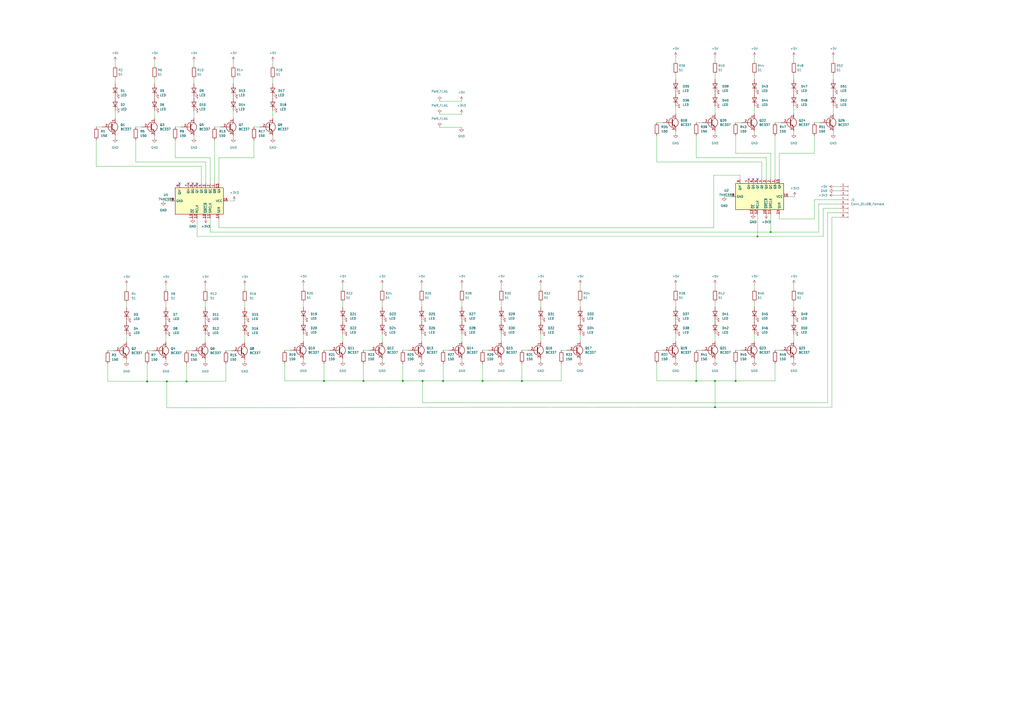
<source format=kicad_sch>
(kicad_sch (version 20211123) (generator eeschema)
  (paper "A2")
  (junction (at 85.344 221.234))
  (junction (at 403.86 220.98))
  (junction (at 233.68 220.98))
  (junction (at 187.96 220.98))
  (junction (at 108.204 221.234))
  (junction (at 245.11 220.98))
  (junction (at 447.04 134.62))
  (junction (at 302.768 220.98))
  (junction (at 414.782 236.22))
  (junction (at 96.774 221.234))
  (junction (at 257.048 220.98))
  (junction (at 439.42 137.16))
  (junction (at 426.72 220.98))
  (junction (at 414.782 220.98))
  (junction (at 210.82 220.98))
  (junction (at 279.908 220.98))
  (no_connect (at 109.22 106.426))
  (no_connect (at 111.76 106.426))
  (no_connect (at 114.3 106.426))
  (no_connect (at 104.14 106.426))
  (no_connect (at 439.42 103.886))
  (no_connect (at 436.88 103.886))
  (no_connect (at 434.34 103.886))
  (wire (pts (xy 391.922 193.802) (xy 391.922 198.12)))
  (wire (pts (xy 78.74 81.28) (xy 78.74 93.98)))
  (wire (pts (xy 449.58 210.82) (xy 449.58 220.98)))
  (wire (pts (xy 78.74 93.98) (xy 119.38 93.98)))
  (wire (pts (xy 255.016 66.294) (xy 267.716 66.294)))
  (wire (pts (xy 244.602 175.26) (xy 244.602 178.054)))
  (wire (pts (xy 127 126.746) (xy 127 132.08)))
  (wire (pts (xy 73.406 208.534) (xy 73.406 209.804)))
  (wire (pts (xy 267.97 175.26) (xy 267.97 178.054)))
  (wire (pts (xy 449.58 203.2) (xy 452.882 203.2)))
  (wire (pts (xy 414.782 185.674) (xy 414.782 186.182)))
  (wire (pts (xy 244.602 165.1) (xy 244.602 167.64)))
  (wire (pts (xy 437.642 53.594) (xy 437.642 54.102)))
  (wire (pts (xy 480.06 233.68) (xy 480.06 123.444)))
  (wire (pts (xy 158.242 64.262) (xy 158.242 68.58)))
  (wire (pts (xy 257.048 203.2) (xy 260.35 203.2)))
  (wire (pts (xy 101.6 73.66) (xy 104.902 73.66)))
  (wire (pts (xy 474.98 118.364) (xy 474.98 134.62)))
  (wire (pts (xy 437.642 165.1) (xy 437.642 167.64)))
  (wire (pts (xy 73.406 185.928) (xy 73.406 186.436)))
  (wire (pts (xy 460.502 175.26) (xy 460.502 178.054)))
  (wire (pts (xy 336.55 165.1) (xy 336.55 167.64)))
  (wire (pts (xy 381 210.82) (xy 381 220.98)))
  (wire (pts (xy 55.88 96.52) (xy 116.84 96.52)))
  (wire (pts (xy 233.68 203.2) (xy 236.982 203.2)))
  (wire (pts (xy 176.022 175.26) (xy 176.022 178.054)))
  (wire (pts (xy 426.72 88.9) (xy 447.04 88.9)))
  (wire (pts (xy 210.82 210.82) (xy 210.82 220.98)))
  (wire (pts (xy 313.69 208.28) (xy 313.69 209.55)))
  (wire (pts (xy 267.97 208.28) (xy 267.97 209.55)))
  (wire (pts (xy 487.172 115.824) (xy 472.44 115.824)))
  (wire (pts (xy 131.064 221.234) (xy 108.204 221.234)))
  (wire (pts (xy 135.382 64.262) (xy 135.382 68.58)))
  (wire (pts (xy 96.774 236.474) (xy 414.782 236.22)))
  (wire (pts (xy 426.72 220.98) (xy 414.782 220.98)))
  (wire (pts (xy 245.11 220.98) (xy 257.048 220.98)))
  (wire (pts (xy 452.12 103.886) (xy 452.12 88.9)))
  (wire (pts (xy 483.362 43.18) (xy 483.362 45.974)))
  (wire (pts (xy 96.266 175.514) (xy 96.266 178.308)))
  (wire (pts (xy 73.406 175.514) (xy 73.406 178.308)))
  (wire (pts (xy 119.126 165.354) (xy 119.126 167.894)))
  (wire (pts (xy 73.406 165.354) (xy 73.406 167.894)))
  (wire (pts (xy 414.782 61.722) (xy 414.782 66.04)))
  (wire (pts (xy 381 93.98) (xy 441.96 93.98)))
  (wire (pts (xy 165.1 210.82) (xy 165.1 220.98)))
  (wire (pts (xy 101.6 81.28) (xy 101.6 91.44)))
  (wire (pts (xy 483.362 53.594) (xy 483.362 54.102)))
  (wire (pts (xy 66.802 56.134) (xy 66.802 56.642)))
  (wire (pts (xy 483.362 33.02) (xy 483.362 35.56)))
  (wire (pts (xy 437.642 76.2) (xy 437.642 77.47)))
  (wire (pts (xy 135.382 35.56) (xy 135.382 38.1)))
  (wire (pts (xy 221.742 165.1) (xy 221.742 167.64)))
  (wire (pts (xy 62.484 211.074) (xy 62.484 221.234)))
  (wire (pts (xy 89.662 56.134) (xy 89.662 56.642)))
  (wire (pts (xy 391.922 185.674) (xy 391.922 186.182)))
  (wire (pts (xy 429.26 103.886) (xy 429.26 101.6)))
  (wire (pts (xy 414.782 193.802) (xy 414.782 198.12)))
  (wire (pts (xy 233.68 220.98) (xy 245.11 220.98)))
  (wire (pts (xy 255.016 73.914) (xy 267.716 73.914)))
  (wire (pts (xy 89.662 64.262) (xy 89.662 68.58)))
  (wire (pts (xy 257.048 220.98) (xy 279.908 220.98)))
  (wire (pts (xy 437.642 208.28) (xy 437.642 209.55)))
  (wire (pts (xy 96.774 221.234) (xy 85.344 221.234)))
  (wire (pts (xy 267.97 185.674) (xy 267.97 186.182)))
  (wire (pts (xy 255.016 58.674) (xy 267.716 58.674)))
  (wire (pts (xy 147.32 73.66) (xy 150.622 73.66)))
  (wire (pts (xy 62.484 221.234) (xy 85.344 221.234)))
  (wire (pts (xy 460.502 193.802) (xy 460.502 198.12)))
  (wire (pts (xy 403.86 71.12) (xy 407.162 71.12)))
  (wire (pts (xy 477.52 120.904) (xy 487.172 120.904)))
  (wire (pts (xy 449.58 78.74) (xy 449.58 103.886)))
  (wire (pts (xy 96.266 185.928) (xy 96.266 186.436)))
  (wire (pts (xy 233.68 210.82) (xy 233.68 220.98)))
  (wire (pts (xy 381 220.98) (xy 403.86 220.98)))
  (wire (pts (xy 483.87 113.284) (xy 487.172 113.284)))
  (wire (pts (xy 429.26 101.6) (xy 414.02 101.6)))
  (wire (pts (xy 124.46 73.66) (xy 127.762 73.66)))
  (wire (pts (xy 460.502 61.722) (xy 460.502 66.04)))
  (wire (pts (xy 452.12 127) (xy 452.12 124.206)))
  (wire (pts (xy 198.882 208.28) (xy 198.882 209.55)))
  (wire (pts (xy 414.782 220.98) (xy 403.86 220.98)))
  (wire (pts (xy 313.69 185.674) (xy 313.69 186.182)))
  (wire (pts (xy 336.55 208.28) (xy 336.55 209.55)))
  (wire (pts (xy 391.922 43.18) (xy 391.922 45.974)))
  (wire (pts (xy 158.242 45.72) (xy 158.242 48.514)))
  (wire (pts (xy 482.6 236.22) (xy 414.782 236.22)))
  (wire (pts (xy 135.89 116.586) (xy 132.08 116.586)))
  (wire (pts (xy 131.064 203.454) (xy 134.366 203.454)))
  (wire (pts (xy 391.922 175.26) (xy 391.922 178.054)))
  (wire (pts (xy 414.782 175.26) (xy 414.782 178.054)))
  (wire (pts (xy 474.98 134.62) (xy 447.04 134.62)))
  (wire (pts (xy 437.642 175.26) (xy 437.642 178.054)))
  (wire (pts (xy 245.11 220.98) (xy 245.11 233.68)))
  (wire (pts (xy 119.38 93.98) (xy 119.38 106.426)))
  (wire (pts (xy 457.2 114.046) (xy 461.01 114.046)))
  (wire (pts (xy 426.72 78.74) (xy 426.72 88.9)))
  (wire (pts (xy 302.768 203.2) (xy 306.07 203.2)))
  (wire (pts (xy 477.52 137.16) (xy 477.52 120.904)))
  (wire (pts (xy 391.922 165.1) (xy 391.922 167.64)))
  (wire (pts (xy 391.922 53.594) (xy 391.922 54.102)))
  (wire (pts (xy 426.72 71.12) (xy 430.022 71.12)))
  (wire (pts (xy 127 106.426) (xy 127 91.44)))
  (wire (pts (xy 96.266 194.056) (xy 96.266 198.374)))
  (wire (pts (xy 302.768 220.98) (xy 279.908 220.98)))
  (wire (pts (xy 426.72 203.2) (xy 430.022 203.2)))
  (wire (pts (xy 482.6 125.984) (xy 482.6 236.22)))
  (wire (pts (xy 112.522 45.72) (xy 112.522 48.514)))
  (wire (pts (xy 244.602 193.802) (xy 244.602 198.12)))
  (wire (pts (xy 135.382 45.72) (xy 135.382 48.514)))
  (wire (pts (xy 121.92 134.62) (xy 447.04 134.62)))
  (wire (pts (xy 141.986 175.514) (xy 141.986 178.308)))
  (wire (pts (xy 381 71.12) (xy 384.302 71.12)))
  (wire (pts (xy 483.362 61.722) (xy 483.362 66.04)))
  (wire (pts (xy 147.32 91.44) (xy 147.32 81.28)))
  (wire (pts (xy 221.742 175.26) (xy 221.742 178.054)))
  (wire (pts (xy 472.44 88.9) (xy 472.44 78.74)))
  (wire (pts (xy 290.83 208.28) (xy 290.83 209.55)))
  (wire (pts (xy 165.1 203.2) (xy 168.402 203.2)))
  (wire (pts (xy 131.064 211.074) (xy 131.064 221.234)))
  (wire (pts (xy 414.782 53.594) (xy 414.782 54.102)))
  (wire (pts (xy 480.06 123.444) (xy 487.172 123.444)))
  (wire (pts (xy 66.802 64.262) (xy 66.802 68.58)))
  (wire (pts (xy 460.502 43.18) (xy 460.502 45.974)))
  (wire (pts (xy 483.87 108.204) (xy 487.172 108.204)))
  (wire (pts (xy 449.58 220.98) (xy 426.72 220.98)))
  (wire (pts (xy 244.602 185.674) (xy 244.602 186.182)))
  (wire (pts (xy 336.55 175.26) (xy 336.55 178.054)))
  (wire (pts (xy 221.742 185.674) (xy 221.742 186.182)))
  (wire (pts (xy 437.642 33.02) (xy 437.642 35.56)))
  (wire (pts (xy 221.742 193.802) (xy 221.742 198.12)))
  (wire (pts (xy 176.022 185.674) (xy 176.022 186.182)))
  (wire (pts (xy 198.882 185.674) (xy 198.882 186.182)))
  (wire (pts (xy 119.126 194.056) (xy 119.126 198.374)))
  (wire (pts (xy 176.022 165.1) (xy 176.022 167.64)))
  (wire (pts (xy 336.55 185.674) (xy 336.55 186.182)))
  (wire (pts (xy 460.502 208.28) (xy 460.502 209.55)))
  (wire (pts (xy 244.602 208.28) (xy 244.602 209.55)))
  (wire (pts (xy 85.344 221.234) (xy 85.344 211.074)))
  (wire (pts (xy 158.242 78.74) (xy 158.242 80.01)))
  (wire (pts (xy 482.6 125.984) (xy 487.172 125.984)))
  (wire (pts (xy 127 132.08) (xy 414.02 132.08)))
  (wire (pts (xy 452.12 88.9) (xy 472.44 88.9)))
  (wire (pts (xy 121.92 91.44) (xy 121.92 106.426)))
  (wire (pts (xy 403.86 220.98) (xy 403.86 210.82)))
  (wire (pts (xy 198.882 193.802) (xy 198.882 198.12)))
  (wire (pts (xy 245.11 233.68) (xy 480.06 233.68)))
  (wire (pts (xy 108.204 211.074) (xy 108.204 221.234)))
  (wire (pts (xy 158.242 35.56) (xy 158.242 38.1)))
  (wire (pts (xy 55.88 73.66) (xy 59.182 73.66)))
  (wire (pts (xy 483.362 76.2) (xy 483.362 77.47)))
  (wire (pts (xy 290.83 165.1) (xy 290.83 167.64)))
  (wire (pts (xy 414.782 43.18) (xy 414.782 45.974)))
  (wire (pts (xy 210.82 203.2) (xy 214.122 203.2)))
  (wire (pts (xy 108.204 221.234) (xy 96.774 221.234)))
  (wire (pts (xy 112.522 78.74) (xy 112.522 80.01)))
  (wire (pts (xy 78.74 73.66) (xy 82.042 73.66)))
  (wire (pts (xy 127 91.44) (xy 147.32 91.44)))
  (wire (pts (xy 233.68 220.98) (xy 210.82 220.98)))
  (wire (pts (xy 73.406 194.056) (xy 73.406 198.374)))
  (wire (pts (xy 124.46 81.28) (xy 124.46 106.426)))
  (wire (pts (xy 279.908 203.2) (xy 283.21 203.2)))
  (wire (pts (xy 141.986 185.928) (xy 141.986 186.436)))
  (wire (pts (xy 437.642 193.802) (xy 437.642 198.12)))
  (wire (pts (xy 267.97 165.1) (xy 267.97 167.64)))
  (wire (pts (xy 460.502 53.594) (xy 460.502 54.102)))
  (wire (pts (xy 325.628 203.2) (xy 328.93 203.2)))
  (wire (pts (xy 290.83 185.674) (xy 290.83 186.182)))
  (wire (pts (xy 381 78.74) (xy 381 93.98)))
  (wire (pts (xy 472.44 115.824) (xy 472.44 127)))
  (wire (pts (xy 414.782 236.22) (xy 414.782 220.98)))
  (wire (pts (xy 187.96 203.2) (xy 191.262 203.2)))
  (wire (pts (xy 96.266 208.534) (xy 96.266 209.804)))
  (wire (pts (xy 391.922 33.02) (xy 391.922 35.56)))
  (wire (pts (xy 424.18 114.046) (xy 420.116 114.046)))
  (wire (pts (xy 141.986 165.354) (xy 141.986 167.894)))
  (wire (pts (xy 414.782 76.2) (xy 414.782 77.47)))
  (wire (pts (xy 119.126 208.534) (xy 119.126 209.804)))
  (wire (pts (xy 101.6 91.44) (xy 121.92 91.44)))
  (wire (pts (xy 135.382 56.134) (xy 135.382 56.642)))
  (wire (pts (xy 94.742 116.586) (xy 99.06 116.586)))
  (wire (pts (xy 108.204 203.454) (xy 111.506 203.454)))
  (wire (pts (xy 426.72 210.82) (xy 426.72 220.98)))
  (wire (pts (xy 313.69 175.26) (xy 313.69 178.054)))
  (wire (pts (xy 336.55 193.802) (xy 336.55 198.12)))
  (wire (pts (xy 66.802 78.74) (xy 66.802 80.01)))
  (wire (pts (xy 176.022 193.802) (xy 176.022 198.12)))
  (wire (pts (xy 279.908 220.98) (xy 279.908 210.82)))
  (wire (pts (xy 437.642 185.674) (xy 437.642 186.182)))
  (wire (pts (xy 439.42 137.16) (xy 477.52 137.16)))
  (wire (pts (xy 403.86 91.44) (xy 444.5 91.44)))
  (wire (pts (xy 391.922 61.722) (xy 391.922 66.04)))
  (wire (pts (xy 158.242 56.134) (xy 158.242 56.642)))
  (wire (pts (xy 290.83 193.802) (xy 290.83 198.12)))
  (wire (pts (xy 414.782 165.1) (xy 414.782 167.64)))
  (wire (pts (xy 313.69 193.802) (xy 313.69 198.12)))
  (wire (pts (xy 121.92 126.746) (xy 121.92 134.62)))
  (wire (pts (xy 141.986 208.534) (xy 141.986 209.804)))
  (wire (pts (xy 437.642 61.722) (xy 437.642 66.04)))
  (wire (pts (xy 112.522 64.262) (xy 112.522 68.58)))
  (wire (pts (xy 444.5 91.44) (xy 444.5 103.886)))
  (wire (pts (xy 66.802 35.56) (xy 66.802 38.1)))
  (wire (pts (xy 460.502 76.2) (xy 460.502 77.47)))
  (wire (pts (xy 267.97 193.802) (xy 267.97 198.12)))
  (wire (pts (xy 325.628 220.98) (xy 302.768 220.98)))
  (wire (pts (xy 391.922 208.28) (xy 391.922 209.55)))
  (wire (pts (xy 119.126 175.514) (xy 119.126 178.308)))
  (wire (pts (xy 290.83 175.26) (xy 290.83 178.054)))
  (wire (pts (xy 403.86 203.2) (xy 407.162 203.2)))
  (wire (pts (xy 198.882 165.1) (xy 198.882 167.64)))
  (wire (pts (xy 96.774 221.234) (xy 96.774 236.474)))
  (wire (pts (xy 414.782 33.02) (xy 414.782 35.56)))
  (wire (pts (xy 449.58 71.12) (xy 452.882 71.12)))
  (wire (pts (xy 112.522 56.134) (xy 112.522 56.642)))
  (wire (pts (xy 96.266 165.354) (xy 96.266 167.894)))
  (wire (pts (xy 62.484 203.454) (xy 65.786 203.454)))
  (wire (pts (xy 221.742 208.28) (xy 221.742 209.55)))
  (wire (pts (xy 165.1 220.98) (xy 187.96 220.98)))
  (wire (pts (xy 439.42 124.206) (xy 439.42 137.16)))
  (wire (pts (xy 441.96 93.98) (xy 441.96 103.886)))
  (wire (pts (xy 483.87 110.744) (xy 487.172 110.744)))
  (wire (pts (xy 381 203.2) (xy 384.302 203.2)))
  (wire (pts (xy 437.642 43.18) (xy 437.642 45.974)))
  (wire (pts (xy 135.382 78.74) (xy 135.382 80.01)))
  (wire (pts (xy 114.3 137.16) (xy 439.42 137.16)))
  (wire (pts (xy 89.662 35.56) (xy 89.662 38.1)))
  (wire (pts (xy 414.782 208.28) (xy 414.782 209.55)))
  (wire (pts (xy 89.662 78.74) (xy 89.662 80.01)))
  (wire (pts (xy 210.82 220.98) (xy 187.96 220.98)))
  (wire (pts (xy 257.048 210.82) (xy 257.048 220.98)))
  (wire (pts (xy 460.502 185.674) (xy 460.502 186.182)))
  (wire (pts (xy 187.96 220.98) (xy 187.96 210.82)))
  (wire (pts (xy 325.628 210.82) (xy 325.628 220.98)))
  (wire (pts (xy 55.88 81.28) (xy 55.88 96.52)))
  (wire (pts (xy 460.502 33.02) (xy 460.502 35.56)))
  (wire (pts (xy 414.02 101.6) (xy 414.02 132.08)))
  (wire (pts (xy 460.502 165.1) (xy 460.502 167.64)))
  (wire (pts (xy 176.022 208.28) (xy 176.022 209.55)))
  (wire (pts (xy 112.522 35.56) (xy 112.522 38.1)))
  (wire (pts (xy 472.44 71.12) (xy 475.742 71.12)))
  (wire (pts (xy 114.3 126.746) (xy 114.3 137.16)))
  (wire (pts (xy 302.768 210.82) (xy 302.768 220.98)))
  (wire (pts (xy 119.126 185.928) (xy 119.126 186.436)))
  (wire (pts (xy 447.04 88.9) (xy 447.04 103.886)))
  (wire (pts (xy 85.344 203.454) (xy 88.646 203.454)))
  (wire (pts (xy 89.662 45.72) (xy 89.662 48.514)))
  (wire (pts (xy 116.84 96.52) (xy 116.84 106.426)))
  (wire (pts (xy 487.172 118.364) (xy 474.98 118.364)))
  (wire (pts (xy 141.986 194.056) (xy 141.986 198.374)))
  (wire (pts (xy 472.44 127) (xy 452.12 127)))
  (wire (pts (xy 66.802 45.72) (xy 66.802 48.514)))
  (wire (pts (xy 198.882 175.26) (xy 198.882 178.054)))
  (wire (pts (xy 313.69 165.1) (xy 313.69 167.64)))
  (wire (pts (xy 391.922 76.2) (xy 391.922 77.47)))
  (wire (pts (xy 403.86 78.74) (xy 403.86 91.44)))
  (wire (pts (xy 447.04 134.62) (xy 447.04 124.206)))
  (symbol (lib_id "Device:LED") (at 112.522 52.324 90) (unit 1)
    (property "Reference" "D9" (at 115.57 52.6414 90) (effects (justify right)))
    (property "Value" "LED" (at 115.57 55.1814 90) (effects (justify right)))
    (property "Footprint" "LED_THT:LED_D5.0mm" (effects hide))
  )
  (symbol (lib_id "Transistor_BJT:BC337") (at 116.586 203.454 0) (unit 1)
    (property "Reference" "Q6" (at 121.92 202.1839 0) (effects (justify left)))
    (property "Value" "BC337" (at 121.92 204.7239 0) (effects (justify left)))
    (property "Footprint" "Package_TO_SOT_THT:TO-92_Inline" (effects hide))
    (property "Datasheet" "https://diotec.com/tl_files/diotec/files/pdf/datasheets/bc337.pdf" (effects hide))
  )
  (symbol (lib_id "Device:LED") (at 290.83 189.992 90) (unit 1)
    (property "Reference" "D30" (at 294.894 190.3094 90) (effects (justify right)))
    (property "Value" "LED" (at 294.894 192.8494 90) (effects (justify right)))
    (property "Footprint" "LED_THT:LED_D5.0mm" (effects hide))
  )
  (symbol (lib_id "power:GND") (at 112.522 80.01 0) (unit 1)
    (property "Reference" "#PWR014" (effects hide))
    (property "Value" "GND" (at 112.522 85.598 0))
  )
  (symbol (lib_id "power:GND") (at 221.742 209.55 0) (unit 1)
    (property "Reference" "#PWR028" (effects hide))
    (property "Value" "GND" (at 221.742 215.138 0))
  )
  (symbol (lib_id "Connector:Conn_01x08_Female") (at 492.252 115.824 0) (unit 1)
    (property "Reference" "J1" (at 493.522 115.8239 0) (effects (justify left)))
    (property "Value" "Conn_01x08_Female" (at 493.522 118.3639 0) (effects (justify left)))
    (property "Footprint" "Connector_PinHeader_2.54mm:PinHeader_1x08_P2.54mm_Horizontal" (effects hide))
  )
  (symbol (lib_id "Device:LED") (at 96.266 190.246 90) (unit 1)
    (property "Reference" "D8" (at 100.33 190.5634 90) (effects (justify right)))
    (property "Value" "LED" (at 100.33 193.1034 90) (effects (justify right)))
    (property "Footprint" "LED_THT:LED_D5.0mm" (effects hide))
  )
  (symbol (lib_id "power:+5V") (at 244.602 165.1 0) (unit 1)
    (property "Reference" "#PWR029" (effects hide))
    (property "Value" "+5V" (at 244.602 160.274 0))
  )
  (symbol (lib_id "power:+5V") (at 267.97 165.1 0) (unit 1)
    (property "Reference" "#PWR031" (effects hide))
    (property "Value" "+5V" (at 267.97 160.274 0))
  )
  (symbol (lib_id "power:+5V") (at 119.126 165.354 0) (unit 1)
    (property "Reference" "#PWR010" (effects hide))
    (property "Value" "+5V" (at 119.126 160.528 0))
  )
  (symbol (lib_id "power:GND") (at 198.882 209.55 0) (unit 1)
    (property "Reference" "#PWR026" (effects hide))
    (property "Value" "GND" (at 198.882 215.138 0))
  )
  (symbol (lib_id "power:GND") (at 96.266 209.804 0) (unit 1)
    (property "Reference" "#PWR06" (effects hide))
    (property "Value" "GND" (at 96.266 215.392 0))
  )
  (symbol (lib_id "Device:R") (at 426.72 74.93 0) (unit 1)
    (property "Reference" "R43" (at 429.26 73.6599 0) (effects (justify left)))
    (property "Value" "150" (at 429.26 76.1999 0) (effects (justify left)))
    (property "Footprint" "Resistor_THT:R_Axial_DIN0207_L6.3mm_D2.5mm_P10.16mm_Horizontal" (effects hide))
  )
  (symbol (lib_id "power:+5V") (at 198.882 165.1 0) (unit 1)
    (property "Reference" "#PWR025" (effects hide))
    (property "Value" "+5V" (at 198.882 160.274 0))
  )
  (symbol (lib_id "Device:LED") (at 460.502 49.784 90) (unit 1)
    (property "Reference" "D47" (at 464.566 50.1014 90) (effects (justify right)))
    (property "Value" "LED" (at 464.566 52.6414 90) (effects (justify right)))
    (property "Footprint" "LED_THT:LED_D5.0mm" (effects hide))
  )
  (symbol (lib_id "Device:R") (at 313.69 171.45 0) (unit 1)
    (property "Reference" "R32" (at 315.468 170.1799 0) (effects (justify left)))
    (property "Value" "51" (at 315.468 172.7199 0) (effects (justify left)))
    (property "Footprint" "Resistor_THT:R_Axial_DIN0207_L6.3mm_D2.5mm_P10.16mm_Horizontal" (effects hide))
  )
  (symbol (lib_id "Device:LED") (at 414.782 57.912 90) (unit 1)
    (property "Reference" "D40" (at 418.846 58.2294 90) (effects (justify right)))
    (property "Value" "LED" (at 418.846 60.7694 90) (effects (justify right)))
    (property "Footprint" "LED_THT:LED_D5.0mm" (effects hide))
  )
  (symbol (lib_id "Device:LED") (at 119.126 190.246 90) (unit 1)
    (property "Reference" "D12" (at 123.19 190.5634 90) (effects (justify right)))
    (property "Value" "LED" (at 123.19 193.1034 90) (effects (justify right)))
    (property "Footprint" "LED_THT:LED_D5.0mm" (effects hide))
  )
  (symbol (lib_id "power:+3.3V") (at 135.89 116.586 0) (mirror y) (unit 1)
    (property "Reference" "#PWR020" (effects hide))
    (property "Value" "+3.3V" (at 135.89 111.76 0))
  )
  (symbol (lib_id "power:+5V") (at 135.382 35.56 0) (unit 1)
    (property "Reference" "#PWR018" (effects hide))
    (property "Value" "+5V" (at 135.382 30.734 0))
  )
  (symbol (lib_id "power:+5V") (at 141.986 165.354 0) (unit 1)
    (property "Reference" "#PWR016" (effects hide))
    (property "Value" "+5V" (at 141.986 160.528 0))
  )
  (symbol (lib_id "power:+5V") (at 73.406 165.354 0) (unit 1)
    (property "Reference" "#PWR01" (effects hide))
    (property "Value" "+5V" (at 73.406 160.528 0))
  )
  (symbol (lib_id "Device:R") (at 66.802 41.91 0) (unit 1)
    (property "Reference" "R2" (at 68.58 40.6399 0) (effects (justify left)))
    (property "Value" "51" (at 68.58 43.1799 0) (effects (justify left)))
    (property "Footprint" "Resistor_THT:R_Axial_DIN0207_L6.3mm_D2.5mm_P10.16mm_Horizontal" (effects hide))
  )
  (symbol (lib_id "Device:R") (at 391.922 171.45 0) (unit 1)
    (property "Reference" "R38" (at 393.7 170.1799 0) (effects (justify left)))
    (property "Value" "51" (at 393.7 172.7199 0) (effects (justify left)))
    (property "Footprint" "Resistor_THT:R_Axial_DIN0207_L6.3mm_D2.5mm_P10.16mm_Horizontal" (effects hide))
  )
  (symbol (lib_id "power:GND") (at 460.502 77.47 0) (unit 1)
    (property "Reference" "#PWR055" (effects hide))
    (property "Value" "GND" (at 460.502 83.058 0))
  )
  (symbol (lib_id "Device:LED") (at 198.882 189.992 90) (unit 1)
    (property "Reference" "D22" (at 202.946 190.3094 90) (effects (justify right)))
    (property "Value" "LED" (at 202.946 192.8494 90) (effects (justify right)))
    (property "Footprint" "LED_THT:LED_D5.0mm" (effects hide))
  )
  (symbol (lib_id "Device:R") (at 147.32 77.47 0) (unit 1)
    (property "Reference" "R17" (at 149.86 76.1999 0) (effects (justify left)))
    (property "Value" "150" (at 149.86 78.7399 0) (effects (justify left)))
    (property "Footprint" "Resistor_THT:R_Axial_DIN0207_L6.3mm_D2.5mm_P10.16mm_Horizontal" (effects hide))
  )
  (symbol (lib_id "Device:R") (at 437.642 171.45 0) (unit 1)
    (property "Reference" "R46" (at 439.42 170.1799 0) (effects (justify left)))
    (property "Value" "51" (at 439.42 172.7199 0) (effects (justify left)))
    (property "Footprint" "Resistor_THT:R_Axial_DIN0207_L6.3mm_D2.5mm_P10.16mm_Horizontal" (effects hide))
  )
  (symbol (lib_id "power:GND") (at 483.362 77.47 0) (unit 1)
    (property "Reference" "#PWR060" (effects hide))
    (property "Value" "GND" (at 483.362 83.058 0))
  )
  (symbol (lib_id "power:GND") (at 336.55 209.55 0) (unit 1)
    (property "Reference" "#PWR038" (effects hide))
    (property "Value" "GND" (at 336.55 215.138 0))
  )
  (symbol (lib_id "power:GND") (at 437.642 77.47 0) (unit 1)
    (property "Reference" "#PWR050" (effects hide))
    (property "Value" "GND" (at 437.642 83.058 0))
  )
  (symbol (lib_id "power:GND") (at 313.69 209.55 0) (unit 1)
    (property "Reference" "#PWR036" (effects hide))
    (property "Value" "GND" (at 313.69 215.138 0))
  )
  (symbol (lib_id "Device:R") (at 414.782 171.45 0) (unit 1)
    (property "Reference" "R42" (at 416.56 170.1799 0) (effects (justify left)))
    (property "Value" "51" (at 416.56 172.7199 0) (effects (justify left)))
    (property "Footprint" "Resistor_THT:R_Axial_DIN0207_L6.3mm_D2.5mm_P10.16mm_Horizontal" (effects hide))
  )
  (symbol (lib_id "power:GND") (at 135.382 80.01 0) (unit 1)
    (property "Reference" "#PWR019" (effects hide))
    (property "Value" "GND" (at 135.382 85.598 0))
  )
  (symbol (lib_id "Device:R") (at 101.6 77.47 0) (unit 1)
    (property "Reference" "R9" (at 104.14 76.1999 0) (effects (justify left)))
    (property "Value" "150" (at 104.14 78.7399 0) (effects (justify left)))
    (property "Footprint" "Resistor_THT:R_Axial_DIN0207_L6.3mm_D2.5mm_P10.16mm_Horizontal" (effects hide))
  )
  (symbol (lib_id "power:GND") (at 244.602 209.55 0) (unit 1)
    (property "Reference" "#PWR030" (effects hide))
    (property "Value" "GND" (at 244.602 215.138 0))
  )
  (symbol (lib_id "Device:LED") (at 198.882 181.864 90) (unit 1)
    (property "Reference" "D21" (at 202.946 182.1814 90) (effects (justify right)))
    (property "Value" "LED" (at 202.946 184.7214 90) (effects (justify right)))
    (property "Footprint" "LED_THT:LED_D5.0mm" (effects hide))
  )
  (symbol (lib_id "Device:LED") (at 391.922 57.912 90) (unit 1)
    (property "Reference" "D36" (at 395.986 58.2294 90) (effects (justify right)))
    (property "Value" "LED" (at 395.986 60.7694 90) (effects (justify right)))
    (property "Footprint" "LED_THT:LED_D5.0mm" (effects hide))
  )
  (symbol (lib_id "Transistor_BJT:BC337") (at 412.242 203.2 0) (unit 1)
    (property "Reference" "Q21" (at 417.576 201.9299 0) (effects (justify left)))
    (property "Value" "BC337" (at 417.576 204.4699 0) (effects (justify left)))
    (property "Footprint" "Package_TO_SOT_THT:TO-92_Inline" (effects hide))
    (property "Datasheet" "https://diotec.com/tl_files/diotec/files/pdf/datasheets/bc337.pdf" (effects hide))
  )
  (symbol (lib_id "Transistor_BJT:BC337") (at 480.822 71.12 0) (unit 1)
    (property "Reference" "Q26" (at 486.156 69.8499 0) (effects (justify left)))
    (property "Value" "BC337" (at 486.156 72.3899 0) (effects (justify left)))
    (property "Footprint" "Package_TO_SOT_THT:TO-92_Inline" (effects hide))
    (property "Datasheet" "https://diotec.com/tl_files/diotec/files/pdf/datasheets/bc337.pdf" (effects hide))
  )
  (symbol (lib_id "Transistor_BJT:BC337") (at 109.982 73.66 0) (unit 1)
    (property "Reference" "Q5" (at 115.57 72.3899 0) (effects (justify left)))
    (property "Value" "BC337" (at 115.57 74.9299 0) (effects (justify left)))
    (property "Footprint" "Package_TO_SOT_THT:TO-92_Inline" (effects hide))
    (property "Datasheet" "https://diotec.com/tl_files/diotec/files/pdf/datasheets/bc337.pdf" (effects hide))
  )
  (symbol (lib_id "Device:LED") (at 96.266 182.118 90) (unit 1)
    (property "Reference" "D7" (at 100.33 182.4354 90) (effects (justify right)))
    (property "Value" "LED" (at 100.33 184.9754 90) (effects (justify right)))
    (property "Footprint" "LED_THT:LED_D5.0mm" (effects hide))
  )
  (symbol (lib_id "power:GND") (at 391.922 209.55 0) (unit 1)
    (property "Reference" "#PWR042" (effects hide))
    (property "Value" "GND" (at 391.922 215.138 0))
  )
  (symbol (lib_id "Device:R") (at 198.882 171.45 0) (unit 1)
    (property "Reference" "R22" (at 200.66 170.1799 0) (effects (justify left)))
    (property "Value" "51" (at 200.66 172.7199 0) (effects (justify left)))
    (property "Footprint" "Resistor_THT:R_Axial_DIN0207_L6.3mm_D2.5mm_P10.16mm_Horizontal" (effects hide))
  )
  (symbol (lib_id "Transistor_BJT:BC337") (at 242.062 203.2 0) (unit 1)
    (property "Reference" "Q13" (at 247.396 201.9299 0) (effects (justify left)))
    (property "Value" "BC337" (at 247.396 204.4699 0) (effects (justify left)))
    (property "Footprint" "Package_TO_SOT_THT:TO-92_Inline" (effects hide))
    (property "Datasheet" "https://diotec.com/tl_files/diotec/files/pdf/datasheets/bc337.pdf" (effects hide))
  )
  (symbol (lib_id "Transistor_BJT:BC337") (at 435.102 203.2 0) (unit 1)
    (property "Reference" "Q23" (at 440.436 201.9299 0) (effects (justify left)))
    (property "Value" "BC337" (at 440.436 204.4699 0) (effects (justify left)))
    (property "Footprint" "Package_TO_SOT_THT:TO-92_Inline" (effects hide))
    (property "Datasheet" "https://diotec.com/tl_files/diotec/files/pdf/datasheets/bc337.pdf" (effects hide))
  )
  (symbol (lib_id "Transistor_BJT:BC337") (at 196.342 203.2 0) (unit 1)
    (property "Reference" "Q11" (at 201.676 201.9299 0) (effects (justify left)))
    (property "Value" "BC337" (at 201.676 204.4699 0) (effects (justify left)))
    (property "Footprint" "Package_TO_SOT_THT:TO-92_Inline" (effects hide))
    (property "Datasheet" "https://diotec.com/tl_files/diotec/files/pdf/datasheets/bc337.pdf" (effects hide))
  )
  (symbol (lib_id "power:+5V") (at 460.502 33.02 0) (unit 1)
    (property "Reference" "#PWR054" (effects hide))
    (property "Value" "+5V" (at 460.502 28.194 0))
  )
  (symbol (lib_id "power:+5V") (at 336.55 165.1 0) (unit 1)
    (property "Reference" "#PWR037" (effects hide))
    (property "Value" "+5V" (at 336.55 160.274 0))
  )
  (symbol (lib_id "Device:R") (at 426.72 207.01 0) (unit 1)
    (property "Reference" "R45" (at 429.26 205.7399 0) (effects (justify left)))
    (property "Value" "150" (at 429.26 208.2799 0) (effects (justify left)))
    (property "Footprint" "Resistor_THT:R_Axial_DIN0207_L6.3mm_D2.5mm_P10.16mm_Horizontal" (effects hide))
  )
  (symbol (lib_id "power:+5V") (at 437.642 33.02 0) (unit 1)
    (property "Reference" "#PWR049" (effects hide))
    (property "Value" "+5V" (at 437.642 28.194 0))
  )
  (symbol (lib_id "Device:R") (at 449.58 74.93 0) (unit 1)
    (property "Reference" "R47" (at 452.12 73.6599 0) (effects (justify left)))
    (property "Value" "150" (at 452.12 76.1999 0) (effects (justify left)))
    (property "Footprint" "Resistor_THT:R_Axial_DIN0207_L6.3mm_D2.5mm_P10.16mm_Horizontal" (effects hide))
  )
  (symbol (lib_id "Device:LED") (at 158.242 60.452 90) (unit 1)
    (property "Reference" "D18" (at 162.306 60.7694 90) (effects (justify right)))
    (property "Value" "LED" (at 162.306 63.3094 90) (effects (justify right)))
    (property "Footprint" "LED_THT:LED_D5.0mm" (effects hide))
  )
  (symbol (lib_id "Device:R") (at 176.022 171.45 0) (unit 1)
    (property "Reference" "R20" (at 177.8 170.1799 0) (effects (justify left)))
    (property "Value" "51" (at 177.8 172.7199 0) (effects (justify left)))
    (property "Footprint" "Resistor_THT:R_Axial_DIN0207_L6.3mm_D2.5mm_P10.16mm_Horizontal" (effects hide))
  )
  (symbol (lib_id "power:+3.3V") (at 483.87 113.284 90) (unit 1)
    (property "Reference" "#PWR0105" (effects hide))
    (property "Value" "+3.3V" (at 480.06 113.2839 90) (effects (justify left)))
  )
  (symbol (lib_id "Device:R") (at 85.344 207.264 0) (unit 1)
    (property "Reference" "R7" (at 87.63 205.9939 0) (effects (justify left)))
    (property "Value" "150" (at 87.63 208.5339 0) (effects (justify left)))
    (property "Footprint" "Resistor_THT:R_Axial_DIN0207_L6.3mm_D2.5mm_P10.16mm_Horizontal" (effects hide))
  )
  (symbol (lib_id "power:+3.3V") (at 461.01 114.046 0) (unit 1)
    (property "Reference" "#PWR058" (effects hide))
    (property "Value" "+3.3V" (at 461.01 109.22 0))
  )
  (symbol (lib_id "Device:R") (at 165.1 207.01 0) (unit 1)
    (property "Reference" "R19" (at 167.64 205.7399 0) (effects (justify left)))
    (property "Value" "150" (at 167.64 208.2799 0) (effects (justify left)))
    (property "Footprint" "Resistor_THT:R_Axial_DIN0207_L6.3mm_D2.5mm_P10.16mm_Horizontal" (effects hide))
  )
  (symbol (lib_id "Device:R") (at 325.628 207.01 0) (unit 1)
    (property "Reference" "R33" (at 328.168 205.7399 0) (effects (justify left)))
    (property "Value" "150" (at 328.168 208.2799 0) (effects (justify left)))
    (property "Footprint" "Resistor_THT:R_Axial_DIN0207_L6.3mm_D2.5mm_P10.16mm_Horizontal" (effects hide))
  )
  (symbol (lib_id "power:+5V") (at 313.69 165.1 0) (unit 1)
    (property "Reference" "#PWR035" (effects hide))
    (property "Value" "+5V" (at 313.69 160.274 0))
  )
  (symbol (lib_id "Device:LED") (at 483.362 49.784 90) (unit 1)
    (property "Reference" "D51" (at 487.426 50.1014 90) (effects (justify right)))
    (property "Value" "LED" (at 487.426 52.6414 90) (effects (justify right)))
    (property "Footprint" "LED_THT:LED_D5.0mm" (effects hide))
  )
  (symbol (lib_id "Device:LED") (at 336.55 189.992 90) (unit 1)
    (property "Reference" "D34" (at 340.614 190.3094 90) (effects (justify right)))
    (property "Value" "LED" (at 340.614 192.8494 90) (effects (justify right)))
    (property "Footprint" "LED_THT:LED_D5.0mm" (effects hide))
  )
  (symbol (lib_id "Device:R") (at 96.266 171.704 0) (unit 1)
    (property "Reference" "R8" (at 99.06 170.4339 0) (effects (justify left)))
    (property "Value" "51" (at 99.06 172.9739 0) (effects (justify left)))
    (property "Footprint" "Resistor_THT:R_Axial_DIN0207_L6.3mm_D2.5mm_P10.16mm_Horizontal" (effects hide))
  )
  (symbol (lib_id "Transistor_BJT:BC337") (at 334.01 203.2 0) (unit 1)
    (property "Reference" "Q17" (at 339.344 201.9299 0) (effects (justify left)))
    (property "Value" "BC337" (at 339.344 204.4699 0) (effects (justify left)))
    (property "Footprint" "Package_TO_SOT_THT:TO-92_Inline" (effects hide))
    (property "Datasheet" "https://diotec.com/tl_files/diotec/files/pdf/datasheets/bc337.pdf" (effects hide))
  )
  (symbol (lib_id "Device:LED") (at 73.406 182.118 90) (unit 1)
    (property "Reference" "D3" (at 77.47 182.4354 90) (effects (justify right)))
    (property "Value" "LED" (at 77.47 184.9754 90) (effects (justify right)))
    (property "Footprint" "LED_THT:LED_D5.0mm" (effects hide))
  )
  (symbol (lib_id "Device:LED") (at 112.522 60.452 90) (unit 1)
    (property "Reference" "D10" (at 115.57 60.7694 90) (effects (justify right)))
    (property "Value" "LED" (at 115.57 63.3094 90) (effects (justify right)))
    (property "Footprint" "LED_THT:LED_D5.0mm" (effects hide))
  )
  (symbol (lib_id "power:GND") (at 158.242 80.01 0) (unit 1)
    (property "Reference" "#PWR022" (effects hide))
    (property "Value" "GND" (at 158.242 85.598 0))
  )
  (symbol (lib_id "power:GND") (at 290.83 209.55 0) (unit 1)
    (property "Reference" "#PWR034" (effects hide))
    (property "Value" "GND" (at 290.83 215.138 0))
  )
  (symbol (lib_id "power:+5V") (at 391.922 165.1 0) (unit 1)
    (property "Reference" "#PWR041" (effects hide))
    (property "Value" "+5V" (at 391.922 160.274 0))
  )
  (symbol (lib_id "Device:R") (at 73.406 171.704 0) (unit 1)
    (property "Reference" "R4" (at 76.2 170.4339 0) (effects (justify left)))
    (property "Value" "51" (at 76.2 172.9739 0) (effects (justify left)))
    (property "Footprint" "Resistor_THT:R_Axial_DIN0207_L6.3mm_D2.5mm_P10.16mm_Horizontal" (effects hide))
  )
  (symbol (lib_id "Transistor_BJT:BC337") (at 70.866 203.454 0) (unit 1)
    (property "Reference" "Q2" (at 76.2 202.1839 0) (effects (justify left)))
    (property "Value" "BC337" (at 76.2 204.7239 0) (effects (justify left)))
    (property "Footprint" "Package_TO_SOT_THT:TO-92_Inline" (effects hide))
    (property "Datasheet" "https://diotec.com/tl_files/diotec/files/pdf/datasheets/bc337.pdf" (effects hide))
  )
  (symbol (lib_id "power:GND") (at 111.76 126.746 0) (unit 1)
    (property "Reference" "#PWR012" (effects hide))
    (property "Value" "GND" (at 111.76 131.318 0))
  )
  (symbol (lib_id "Transistor_BJT:BC337") (at 457.962 71.12 0) (unit 1)
    (property "Reference" "Q24" (at 463.296 69.8499 0) (effects (justify left)))
    (property "Value" "BC337" (at 463.296 72.3899 0) (effects (justify left)))
    (property "Footprint" "Package_TO_SOT_THT:TO-92_Inline" (effects hide))
    (property "Datasheet" "https://diotec.com/tl_files/diotec/files/pdf/datasheets/bc337.pdf" (effects hide))
  )
  (symbol (lib_id "Device:R") (at 403.86 74.93 0) (unit 1)
    (property "Reference" "R39" (at 406.4 73.6599 0) (effects (justify left)))
    (property "Value" "150" (at 406.4 76.1999 0) (effects (justify left)))
    (property "Footprint" "Resistor_THT:R_Axial_DIN0207_L6.3mm_D2.5mm_P10.16mm_Horizontal" (effects hide))
  )
  (symbol (lib_id "power:GND") (at 420.116 114.046 0) (mirror y) (unit 1)
    (property "Reference" "#PWR047" (effects hide))
    (property "Value" "GND" (at 420.116 119.38 0))
  )
  (symbol (lib_id "Device:R") (at 437.642 39.37 0) (unit 1)
    (property "Reference" "R44" (at 439.42 38.0999 0) (effects (justify left)))
    (property "Value" "51" (at 439.42 40.6399 0) (effects (justify left)))
    (property "Footprint" "Resistor_THT:R_Axial_DIN0207_L6.3mm_D2.5mm_P10.16mm_Horizontal" (effects hide))
  )
  (symbol (lib_id "Device:LED") (at 244.602 189.992 90) (unit 1)
    (property "Reference" "D26" (at 248.666 190.3094 90) (effects (justify right)))
    (property "Value" "LED" (at 248.666 192.8494 90) (effects (justify right)))
    (property "Footprint" "LED_THT:LED_D5.0mm" (effects hide))
  )
  (symbol (lib_id "Device:R") (at 257.048 207.01 0) (unit 1)
    (property "Reference" "R27" (at 259.588 205.7399 0) (effects (justify left)))
    (property "Value" "150" (at 259.588 208.2799 0) (effects (justify left)))
    (property "Footprint" "Resistor_THT:R_Axial_DIN0207_L6.3mm_D2.5mm_P10.16mm_Horizontal" (effects hide))
  )
  (symbol (lib_id "power:+5V") (at 414.782 165.1 0) (unit 1)
    (property "Reference" "#PWR045" (effects hide))
    (property "Value" "+5V" (at 414.782 160.274 0))
  )
  (symbol (lib_id "Device:LED") (at 290.83 181.864 90) (unit 1)
    (property "Reference" "D29" (at 294.894 182.1814 90) (effects (justify right)))
    (property "Value" "LED" (at 294.894 184.7214 90) (effects (justify right)))
    (property "Footprint" "LED_THT:LED_D5.0mm" (effects hide))
  )
  (symbol (lib_id "power:+3.3V") (at 444.5 124.206 180) (unit 1)
    (property "Reference" "#PWR053" (effects hide))
    (property "Value" "+3.3V" (at 444.5 128.778 0))
  )
  (symbol (lib_id "Device:LED") (at 141.986 182.118 90) (unit 1)
    (property "Reference" "D15" (at 146.05 182.4354 90) (effects (justify right)))
    (property "Value" "LED" (at 146.05 184.9754 90) (effects (justify right)))
    (property "Footprint" "LED_THT:LED_D5.0mm" (effects hide))
  )
  (symbol (lib_id "Device:LED") (at 414.782 189.992 90) (unit 1)
    (property "Reference" "D42" (at 418.846 190.3094 90) (effects (justify right)))
    (property "Value" "LED" (at 418.846 192.8494 90) (effects (justify right)))
    (property "Footprint" "LED_THT:LED_D5.0mm" (effects hide))
  )
  (symbol (lib_id "Transistor_BJT:BC337") (at 288.29 203.2 0) (unit 1)
    (property "Reference" "Q15" (at 293.624 201.9299 0) (effects (justify left)))
    (property "Value" "BC337" (at 293.624 204.4699 0) (effects (justify left)))
    (property "Footprint" "Package_TO_SOT_THT:TO-92_Inline" (effects hide))
    (property "Datasheet" "https://diotec.com/tl_files/diotec/files/pdf/datasheets/bc337.pdf" (effects hide))
  )
  (symbol (lib_id "power:+3.3V") (at 267.716 66.294 0) (unit 1)
    (property "Reference" "#PWR0103" (effects hide))
    (property "Value" "+3.3V" (at 267.716 61.214 0))
  )
  (symbol (lib_id "power:+5V") (at 158.242 35.56 0) (unit 1)
    (property "Reference" "#PWR021" (effects hide))
    (property "Value" "+5V" (at 158.242 30.734 0))
  )
  (symbol (lib_id "power:PWR_FLAG") (at 255.016 58.674 0) (unit 1)
    (property "Reference" "#FLG0103" (effects hide))
    (property "Value" "PWR_FLAG" (at 255.016 53.086 0))
  )
  (symbol (lib_id "Device:R") (at 381 207.01 0) (unit 1)
    (property "Reference" "R37" (at 383.54 205.7399 0) (effects (justify left)))
    (property "Value" "150" (at 383.54 208.2799 0) (effects (justify left)))
    (property "Footprint" "Resistor_THT:R_Axial_DIN0207_L6.3mm_D2.5mm_P10.16mm_Horizontal" (effects hide))
  )
  (symbol (lib_id "Device:LED") (at 267.97 189.992 90) (unit 1)
    (property "Reference" "D28" (at 272.034 190.3094 90) (effects (justify right)))
    (property "Value" "LED" (at 272.034 192.8494 90) (effects (justify right)))
    (property "Footprint" "LED_THT:LED_D5.0mm" (effects hide))
  )
  (symbol (lib_id "Device:LED") (at 437.642 57.912 90) (unit 1)
    (property "Reference" "D44" (at 441.706 58.2294 90) (effects (justify right)))
    (property "Value" "LED" (at 441.706 60.7694 90) (effects (justify right)))
    (property "Footprint" "LED_THT:LED_D5.0mm" (effects hide))
  )
  (symbol (lib_id "power:+5V") (at 391.922 33.02 0) (unit 1)
    (property "Reference" "#PWR039" (effects hide))
    (property "Value" "+5V" (at 391.922 28.194 0))
  )
  (symbol (lib_id "Device:LED") (at 460.502 181.864 90) (unit 1)
    (property "Reference" "D49" (at 464.566 182.1814 90) (effects (justify right)))
    (property "Value" "LED" (at 464.566 184.7214 90) (effects (justify right)))
    (property "Footprint" "LED_THT:LED_D5.0mm" (effects hide))
  )
  (symbol (lib_id "Device:R") (at 472.44 74.93 0) (unit 1)
    (property "Reference" "R51" (at 474.98 73.6599 0) (effects (justify left)))
    (property "Value" "150" (at 474.98 76.1999 0) (effects (justify left)))
    (property "Footprint" "Resistor_THT:R_Axial_DIN0207_L6.3mm_D2.5mm_P10.16mm_Horizontal" (effects hide))
  )
  (symbol (lib_id "power:+5V") (at 221.742 165.1 0) (unit 1)
    (property "Reference" "#PWR027" (effects hide))
    (property "Value" "+5V" (at 221.742 160.274 0))
  )
  (symbol (lib_id "power:+5V") (at 89.662 35.56 0) (unit 1)
    (property "Reference" "#PWR07" (effects hide))
    (property "Value" "+5V" (at 89.662 30.734 0))
  )
  (symbol (lib_id "Device:R") (at 414.782 39.37 0) (unit 1)
    (property "Reference" "R40" (at 416.56 38.0999 0) (effects (justify left)))
    (property "Value" "51" (at 416.56 40.6399 0) (effects (justify left)))
    (property "Footprint" "Resistor_THT:R_Axial_DIN0207_L6.3mm_D2.5mm_P10.16mm_Horizontal" (effects hide))
  )
  (symbol (lib_id "Device:LED") (at 437.642 181.864 90) (unit 1)
    (property "Reference" "D45" (at 441.706 182.1814 90) (effects (justify right)))
    (property "Value" "LED" (at 441.706 184.7214 90) (effects (justify right)))
    (property "Footprint" "LED_THT:LED_D5.0mm" (effects hide))
  )
  (symbol (lib_id "Device:R") (at 89.662 41.91 0) (unit 1)
    (property "Reference" "R6" (at 91.44 40.6399 0) (effects (justify left)))
    (property "Value" "51" (at 91.44 43.1799 0) (effects (justify left)))
    (property "Footprint" "Resistor_THT:R_Axial_DIN0207_L6.3mm_D2.5mm_P10.16mm_Horizontal" (effects hide))
  )
  (symbol (lib_id "power:+5V") (at 460.502 165.1 0) (unit 1)
    (property "Reference" "#PWR056" (effects hide))
    (property "Value" "+5V" (at 460.502 160.274 0))
  )
  (symbol (lib_id "Device:R") (at 135.382 41.91 0) (unit 1)
    (property "Reference" "R14" (at 137.16 40.6399 0) (effects (justify left)))
    (property "Value" "51" (at 137.16 43.1799 0) (effects (justify left)))
    (property "Footprint" "Resistor_THT:R_Axial_DIN0207_L6.3mm_D2.5mm_P10.16mm_Horizontal" (effects hide))
  )
  (symbol (lib_id "Device:R") (at 141.986 171.704 0) (unit 1)
    (property "Reference" "R16" (at 144.78 170.4339 0) (effects (justify left)))
    (property "Value" "51" (at 144.78 172.9739 0) (effects (justify left)))
    (property "Footprint" "Resistor_THT:R_Axial_DIN0207_L6.3mm_D2.5mm_P10.16mm_Horizontal" (effects hide))
  )
  (symbol (lib_id "Device:R") (at 290.83 171.45 0) (unit 1)
    (property "Reference" "R30" (at 292.608 170.1799 0) (effects (justify left)))
    (property "Value" "51" (at 292.608 172.7199 0) (effects (justify left)))
    (property "Footprint" "Resistor_THT:R_Axial_DIN0207_L6.3mm_D2.5mm_P10.16mm_Horizontal" (effects hide))
  )
  (symbol (lib_id "Transistor_BJT:BC337") (at 132.842 73.66 0) (unit 1)
    (property "Reference" "Q7" (at 138.43 72.3899 0) (effects (justify left)))
    (property "Value" "BC337" (at 138.43 74.9299 0) (effects (justify left)))
    (property "Footprint" "Package_TO_SOT_THT:TO-92_Inline" (effects hide))
    (property "Datasheet" "https://diotec.com/tl_files/diotec/files/pdf/datasheets/bc337.pdf" (effects hide))
  )
  (symbol (lib_id "Device:LED") (at 391.922 181.864 90) (unit 1)
    (property "Reference" "D37" (at 395.986 182.1814 90) (effects (justify right)))
    (property "Value" "LED" (at 395.986 184.7214 90) (effects (justify right)))
    (property "Footprint" "LED_THT:LED_D5.0mm" (effects hide))
  )
  (symbol (lib_id "Device:LED") (at 89.662 60.452 90) (unit 1)
    (property "Reference" "D6" (at 92.71 60.7694 90) (effects (justify right)))
    (property "Value" "LED" (at 92.71 63.3094 90) (effects (justify right)))
    (property "Footprint" "LED_THT:LED_D5.0mm" (effects hide))
  )
  (symbol (lib_id "power:GND") (at 267.97 209.55 0) (unit 1)
    (property "Reference" "#PWR032" (effects hide))
    (property "Value" "GND" (at 267.97 215.138 0))
  )
  (symbol (lib_id "Device:LED") (at 391.922 49.784 90) (unit 1)
    (property "Reference" "D35" (at 395.986 50.1014 90) (effects (justify right)))
    (property "Value" "LED" (at 395.986 52.6414 90) (effects (justify right)))
    (property "Footprint" "LED_THT:LED_D5.0mm" (effects hide))
  )
  (symbol (lib_id "Device:LED") (at 313.69 181.864 90) (unit 1)
    (property "Reference" "D31" (at 317.754 182.1814 90) (effects (justify right)))
    (property "Value" "LED" (at 317.754 184.7214 90) (effects (justify right)))
    (property "Footprint" "LED_THT:LED_D5.0mm" (effects hide))
  )
  (symbol (lib_id "Device:R") (at 210.82 207.01 0) (unit 1)
    (property "Reference" "R23" (at 213.36 205.7399 0) (effects (justify left)))
    (property "Value" "150" (at 213.36 208.2799 0) (effects (justify left)))
    (property "Footprint" "Resistor_THT:R_Axial_DIN0207_L6.3mm_D2.5mm_P10.16mm_Horizontal" (effects hide))
  )
  (symbol (lib_id "power:+5V") (at 483.87 108.204 90) (unit 1)
    (property "Reference" "#PWR0106" (effects hide))
    (property "Value" "+5V" (at 480.06 108.2039 90) (effects (justify left)))
  )
  (symbol (lib_id "power:+5V") (at 96.266 165.354 0) (unit 1)
    (property "Reference" "#PWR05" (effects hide))
    (property "Value" "+5V" (at 96.266 160.528 0))
  )
  (symbol (lib_id "Device:LED") (at 119.126 182.118 90) (unit 1)
    (property "Reference" "D11" (at 123.19 182.4354 90) (effects (justify right)))
    (property "Value" "LED" (at 123.19 184.9754 90) (effects (justify right)))
    (property "Footprint" "LED_THT:LED_D5.0mm" (effects hide))
  )
  (symbol (lib_id "Device:LED") (at 437.642 49.784 90) (unit 1)
    (property "Reference" "D43" (at 441.706 50.1014 90) (effects (justify right)))
    (property "Value" "LED" (at 441.706 52.6414 90) (effects (justify right)))
    (property "Footprint" "LED_THT:LED_D5.0mm" (effects hide))
  )
  (symbol (lib_id "power:+5V") (at 290.83 165.1 0) (unit 1)
    (property "Reference" "#PWR033" (effects hide))
    (property "Value" "+5V" (at 290.83 160.274 0))
  )
  (symbol (lib_id "Transistor_BJT:BC337") (at 173.482 203.2 0) (unit 1)
    (property "Reference" "Q10" (at 178.816 201.9299 0) (effects (justify left)))
    (property "Value" "BC337" (at 178.816 204.4699 0) (effects (justify left)))
    (property "Footprint" "Package_TO_SOT_THT:TO-92_Inline" (effects hide))
    (property "Datasheet" "https://diotec.com/tl_files/diotec/files/pdf/datasheets/bc337.pdf" (effects hide))
  )
  (symbol (lib_id "Device:LED") (at 221.742 189.992 90) (unit 1)
    (property "Reference" "D24" (at 225.806 190.3094 90) (effects (justify right)))
    (property "Value" "LED" (at 225.806 192.8494 90) (effects (justify right)))
    (property "Footprint" "LED_THT:LED_D5.0mm" (effects hide))
  )
  (symbol (lib_id "Device:LED") (at 437.642 189.992 90) (unit 1)
    (property "Reference" "D46" (at 441.706 190.3094 90) (effects (justify right)))
    (property "Value" "LED" (at 441.706 192.8494 90) (effects (justify right)))
    (property "Footprint" "LED_THT:LED_D5.0mm" (effects hide))
  )
  (symbol (lib_id "power:+5V") (at 176.022 165.1 0) (unit 1)
    (property "Reference" "#PWR023" (effects hide))
    (property "Value" "+5V" (at 176.022 160.274 0))
  )
  (symbol (lib_id "Device:LED") (at 135.382 60.452 90) (unit 1)
    (property "Reference" "D14" (at 138.43 60.7694 90) (effects (justify right)))
    (property "Value" "LED" (at 138.43 63.3094 90) (effects (justify right)))
    (property "Footprint" "LED_THT:LED_D5.0mm" (effects hide))
  )
  (symbol (lib_id "power:+5V") (at 267.716 58.674 0) (unit 1)
    (property "Reference" "#PWR0102" (effects hide))
    (property "Value" "+5V" (at 267.716 53.594 0))
  )
  (symbol (lib_id "Device:LED") (at 89.662 52.324 90) (unit 1)
    (property "Reference" "D5" (at 92.71 52.6414 90) (effects (justify right)))
    (property "Value" "LED" (at 92.71 55.1814 90) (effects (justify right)))
    (property "Footprint" "LED_THT:LED_D5.0mm" (effects hide))
  )
  (symbol (lib_id "74xx:74HC595") (at 116.84 116.586 270) (mirror x) (unit 1)
    (property "Reference" "U1" (at 96.266 113.0046 90))
    (property "Value" "74HC595" (at 96.266 115.5446 90))
    (property "Footprint" "Package_DIP:DIP-16_W7.62mm_LongPads" (effects hide))
    (property "Datasheet" "http://www.ti.com/lit/ds/symlink/sn74hc595.pdf" (effects hide))
  )
  (symbol (lib_id "power:+3.3V") (at 119.38 126.746 180) (unit 1)
    (property "Reference" "#PWR015" (effects hide))
    (property "Value" "+3.3V" (at 119.38 131.318 0))
  )
  (symbol (lib_id "Device:LED") (at 176.022 189.992 90) (unit 1)
    (property "Reference" "D20" (at 180.086 190.3094 90) (effects (justify right)))
    (property "Value" "LED" (at 180.086 192.8494 90) (effects (justify right)))
    (property "Footprint" "LED_THT:LED_D5.0mm" (effects hide))
  )
  (symbol (lib_id "Device:R") (at 108.204 207.264 0) (unit 1)
    (property "Reference" "R11" (at 110.49 205.9939 0) (effects (justify left)))
    (property "Value" "150" (at 110.49 208.5339 0) (effects (justify left)))
    (property "Footprint" "Resistor_THT:R_Axial_DIN0207_L6.3mm_D2.5mm_P10.16mm_Horizontal" (effects hide))
  )
  (symbol (lib_id "Device:LED") (at 460.502 57.912 90) (unit 1)
    (property "Reference" "D48" (at 464.566 58.2294 90) (effects (justify right)))
    (property "Value" "LED" (at 464.566 60.7694 90) (effects (justify right)))
    (property "Footprint" "LED_THT:LED_D5.0mm" (effects hide))
  )
  (symbol (lib_id "Device:R") (at 119.126 171.704 0) (unit 1)
    (property "Reference" "R12" (at 121.92 170.4339 0) (effects (justify left)))
    (property "Value" "51" (at 121.92 172.9739 0) (effects (justify left)))
    (property "Footprint" "Resistor_THT:R_Axial_DIN0207_L6.3mm_D2.5mm_P10.16mm_Horizontal" (effects hide))
  )
  (symbol (lib_id "Transistor_BJT:BC337") (at 219.202 203.2 0) (unit 1)
    (property "Reference" "Q12" (at 224.536 201.9299 0) (effects (justify left)))
    (property "Value" "BC337" (at 224.536 204.4699 0) (effects (justify left)))
    (property "Footprint" "Package_TO_SOT_THT:TO-92_Inline" (effects hide))
    (property "Datasheet" "https://diotec.com/tl_files/diotec/files/pdf/datasheets/bc337.pdf" (effects hide))
  )
  (symbol (lib_id "power:GND") (at 267.716 73.914 0) (unit 1)
    (property "Reference" "#PWR0101" (effects hide))
    (property "Value" "GND" (at 267.716 78.994 0))
  )
  (symbol (lib_id "power:GND") (at 89.662 80.01 0) (unit 1)
    (property "Reference" "#PWR08" (effects hide))
    (property "Value" "GND" (at 89.662 85.598 0))
  )
  (symbol (lib_id "power:+5V") (at 414.782 33.02 0) (unit 1)
    (property "Reference" "#PWR043" (effects hide))
    (property "Value" "+5V" (at 414.782 28.194 0))
  )
  (symbol (lib_id "Device:R") (at 381 74.93 0) (unit 1)
    (property "Reference" "R35" (at 383.54 73.6599 0) (effects (justify left)))
    (property "Value" "150" (at 383.54 76.1999 0) (effects (justify left)))
    (property "Footprint" "Resistor_THT:R_Axial_DIN0207_L6.3mm_D2.5mm_P10.16mm_Horizontal" (effects hide))
  )
  (symbol (lib_id "Transistor_BJT:BC337") (at 412.242 71.12 0) (unit 1)
    (property "Reference" "Q20" (at 417.576 69.8499 0) (effects (justify left)))
    (property "Value" "BC337" (at 417.576 72.3899 0) (effects (justify left)))
    (property "Footprint" "Package_TO_SOT_THT:TO-92_Inline" (effects hide))
    (property "Datasheet" "https://diotec.com/tl_files/diotec/files/pdf/datasheets/bc337.pdf" (effects hide))
  )
  (symbol (lib_id "Transistor_BJT:BC337") (at 435.102 71.12 0) (unit 1)
    (property "Reference" "Q22" (at 440.436 69.8499 0) (effects (justify left)))
    (property "Value" "BC337" (at 440.436 72.3899 0) (effects (justify left)))
    (property "Footprint" "Package_TO_SOT_THT:TO-92_Inline" (effects hide))
    (property "Datasheet" "https://diotec.com/tl_files/diotec/files/pdf/datasheets/bc337.pdf" (effects hide))
  )
  (symbol (lib_id "power:GND") (at 483.87 110.744 270) (unit 1)
    (property "Reference" "#PWR0104" (effects hide))
    (property "Value" "GND" (at 480.06 110.7439 90) (effects (justify right)))
  )
  (symbol (lib_id "Device:R") (at 55.88 77.47 0) (unit 1)
    (property "Reference" "R1" (at 58.42 76.1999 0) (effects (justify left)))
    (property "Value" "150" (at 58.42 78.7399 0) (effects (justify left)))
    (property "Footprint" "Resistor_THT:R_Axial_DIN0207_L6.3mm_D2.5mm_P10.16mm_Horizontal" (effects hide))
  )
  (symbol (lib_id "Device:R") (at 391.922 39.37 0) (unit 1)
    (property "Reference" "R36" (at 393.7 38.0999 0) (effects (justify left)))
    (property "Value" "51" (at 393.7 40.6399 0) (effects (justify left)))
    (property "Footprint" "Resistor_THT:R_Axial_DIN0207_L6.3mm_D2.5mm_P10.16mm_Horizontal" (effects hide))
  )
  (symbol (lib_id "power:GND") (at 119.126 209.804 0) (unit 1)
    (property "Reference" "#PWR011" (effects hide))
    (property "Value" "GND" (at 119.126 215.392 0))
  )
  (symbol (lib_id "power:GND") (at 73.406 209.804 0) (unit 1)
    (property "Reference" "#PWR02" (effects hide))
    (property "Value" "GND" (at 73.406 215.392 0))
  )
  (symbol (lib_id "power:GND") (at 66.802 80.01 0) (unit 1)
    (property "Reference" "#PWR04" (effects hide))
    (property "Value" "GND" (at 66.802 85.598 0))
  )
  (symbol (lib_id "Transistor_BJT:BC337") (at 87.122 73.66 0) (unit 1)
    (property "Reference" "Q3" (at 92.71 72.3899 0) (effects (justify left)))
    (property "Value" "BC337" (at 92.71 74.9299 0) (effects (justify left)))
    (property "Footprint" "Package_TO_SOT_THT:TO-92_Inline" (effects hide))
    (property "Datasheet" "https://diotec.com/tl_files/diotec/files/pdf/datasheets/bc337.pdf" (effects hide))
  )
  (symbol (lib_id "Transistor_BJT:BC337") (at 139.446 203.454 0) (unit 1)
    (property "Reference" "Q8" (at 144.78 202.1839 0) (effects (justify left)))
    (property "Value" "BC337" (at 144.78 204.7239 0) (effects (justify left)))
    (property "Footprint" "Package_TO_SOT_THT:TO-92_Inline" (effects hide))
    (property "Datasheet" "https://diotec.com/tl_files/diotec/files/pdf/datasheets/bc337.pdf" (effects hide))
  )
  (symbol (lib_id "Device:R") (at 158.242 41.91 0) (unit 1)
    (property "Reference" "R18" (at 160.02 40.6399 0) (effects (justify left)))
    (property "Value" "51" (at 160.02 43.1799 0) (effects (justify left)))
    (property "Footprint" "Resistor_THT:R_Axial_DIN0207_L6.3mm_D2.5mm_P10.16mm_Horizontal" (effects hide))
  )
  (symbol (lib_id "Transistor_BJT:BC337") (at 389.382 203.2 0) (unit 1)
    (property "Reference" "Q19" (at 394.716 201.9299 0) (effects (justify left)))
    (property "Value" "BC337" (at 394.716 204.4699 0) (effects (justify left)))
    (property "Footprint" "Package_TO_SOT_THT:TO-92_Inline" (effects hide))
    (property "Datasheet" "https://diotec.com/tl_files/diotec/files/pdf/datasheets/bc337.pdf" (effects hide))
  )
  (symbol (lib_id "Device:LED") (at 391.922 189.992 90) (unit 1)
    (property "Reference" "D38" (at 395.986 190.3094 90) (effects (justify right)))
    (property "Value" "LED" (at 395.986 192.8494 90) (effects (justify right)))
    (property "Footprint" "LED_THT:LED_D5.0mm" (effects hide))
  )
  (symbol (lib_id "Device:R") (at 403.86 207.01 0) (unit 1)
    (property "Reference" "R41" (at 406.4 205.7399 0) (effects (justify left)))
    (property "Value" "150" (at 406.4 208.2799 0) (effects (justify left)))
    (property "Footprint" "Resistor_THT:R_Axial_DIN0207_L6.3mm_D2.5mm_P10.16mm_Horizontal" (effects hide))
  )
  (symbol (lib_id "Device:R") (at 336.55 171.45 0) (unit 1)
    (property "Reference" "R34" (at 338.328 170.1799 0) (effects (justify left)))
    (property "Value" "51" (at 338.328 172.7199 0) (effects (justify left)))
    (property "Footprint" "Resistor_THT:R_Axial_DIN0207_L6.3mm_D2.5mm_P10.16mm_Horizontal" (effects hide))
  )
  (symbol (lib_id "Device:LED") (at 66.802 60.452 90) (unit 1)
    (property "Reference" "D2" (at 69.85 60.7694 90) (effects (justify right)))
    (property "Value" "LED" (at 69.85 63.3094 90) (effects (justify right)))
    (property "Footprint" "LED_THT:LED_D5.0mm" (effects hide))
  )
  (symbol (lib_id "Device:LED") (at 483.362 57.912 90) (unit 1)
    (property "Reference" "D52" (at 487.426 58.2294 90) (effects (justify right)))
    (property "Value" "LED" (at 487.426 60.7694 90) (effects (justify right)))
    (property "Footprint" "LED_THT:LED_D5.0mm" (effects hide))
  )
  (symbol (lib_id "Device:LED") (at 336.55 181.864 90) (unit 1)
    (property "Reference" "D33" (at 340.614 182.1814 90) (effects (justify right)))
    (property "Value" "LED" (at 340.614 184.7214 90) (effects (justify right)))
    (property "Footprint" "LED_THT:LED_D5.0mm" (effects hide))
  )
  (symbol (lib_id "power:GND") (at 141.986 209.804 0) (unit 1)
    (property "Reference" "#PWR017" (effects hide))
    (property "Value" "GND" (at 141.986 215.392 0))
  )
  (symbol (lib_id "Device:R") (at 62.484 207.264 0) (unit 1)
    (property "Reference" "R3" (at 64.77 205.9939 0) (effects (justify left)))
    (property "Value" "150" (at 64.77 208.5339 0) (effects (justify left)))
    (property "Footprint" "Resistor_THT:R_Axial_DIN0207_L6.3mm_D2.5mm_P10.16mm_Horizontal" (effects hide))
  )
  (symbol (lib_id "power:+5V") (at 66.802 35.56 0) (unit 1)
    (property "Reference" "#PWR03" (effects hide))
    (property "Value" "+5V" (at 66.802 30.734 0))
  )
  (symbol (lib_id "Device:LED") (at 460.502 189.992 90) (unit 1)
    (property "Reference" "D50" (at 464.566 190.3094 90) (effects (justify right)))
    (property "Value" "LED" (at 464.566 192.8494 90) (effects (justify right)))
    (property "Footprint" "LED_THT:LED_D5.0mm" (effects hide))
  )
  (symbol (lib_id "Device:LED") (at 244.602 181.864 90) (unit 1)
    (property "Reference" "D25" (at 248.666 182.1814 90) (effects (justify right)))
    (property "Value" "LED" (at 248.666 184.7214 90) (effects (justify right)))
    (property "Footprint" "LED_THT:LED_D5.0mm" (effects hide))
  )
  (symbol (lib_id "power:GND") (at 391.922 77.47 0) (unit 1)
    (property "Reference" "#PWR040" (effects hide))
    (property "Value" "GND" (at 391.922 83.058 0))
  )
  (symbol (lib_id "Transistor_BJT:BC337") (at 93.726 203.454 0) (unit 1)
    (property "Reference" "Q4" (at 99.06 202.1839 0) (effects (justify left)))
    (property "Value" "BC337" (at 99.06 204.7239 0) (effects (justify left)))
    (property "Footprint" "Package_TO_SOT_THT:TO-92_Inline" (effects hide))
    (property "Datasheet" "https://diotec.com/tl_files/diotec/files/pdf/datasheets/bc337.pdf" (effects hide))
  )
  (symbol (lib_id "74xx:74HC595") (at 441.96 114.046 270) (mirror x) (unit 1)
    (property "Reference" "U2" (at 421.386 110.4646 90))
    (property "Value" "74HC595" (at 421.386 113.0046 90))
    (property "Footprint" "Package_DIP:DIP-16_W7.62mm_LongPads" (effects hide))
    (property "Datasheet" "http://www.ti.com/lit/ds/symlink/sn74hc595.pdf" (effects hide))
  )
  (symbol (lib_id "Device:R") (at 302.768 207.01 0) (unit 1)
    (property "Reference" "R31" (at 305.308 205.7399 0) (effects (justify left)))
    (property "Value" "150" (at 305.308 208.2799 0) (effects (justify left)))
    (property "Footprint" "Resistor_THT:R_Axial_DIN0207_L6.3mm_D2.5mm_P10.16mm_Horizontal" (effects hide))
  )
  (symbol (lib_id "Transistor_BJT:BC337") (at 457.962 203.2 0) (unit 1)
    (property "Reference" "Q25" (at 463.296 201.9299 0) (effects (justify left)))
    (property "Value" "BC337" (at 463.296 204.4699 0) (effects (justify left)))
    (property "Footprint" "Package_TO_SOT_THT:TO-92_Inline" (effects hide))
    (property "Datasheet" "https://diotec.com/tl_files/diotec/files/pdf/datasheets/bc337.pdf" (effects hide))
  )
  (symbol (lib_id "power:GND") (at 437.642 209.55 0) (unit 1)
    (property "Reference" "#PWR052" (effects hide))
    (property "Value" "GND" (at 437.642 215.138 0))
  )
  (symbol (lib_id "power:GND") (at 414.782 209.55 0) (unit 1)
    (property "Reference" "#PWR046" (effects hide))
    (property "Value" "GND" (at 414.782 215.138 0))
  )
  (symbol (lib_id "power:GND") (at 414.782 77.47 0) (unit 1)
    (property "Reference" "#PWR044" (effects hide))
    (property "Value" "GND" (at 414.782 83.058 0))
  )
  (symbol (lib_id "power:+5V") (at 112.522 35.56 0) (unit 1)
    (property "Reference" "#PWR013" (effects hide))
    (property "Value" "+5V" (at 112.522 30.734 0))
  )
  (symbol (lib_id "Device:R") (at 460.502 39.37 0) (unit 1)
    (property "Reference" "R48" (at 462.28 38.0999 0) (effects (justify left)))
    (property "Value" "51" (at 462.28 40.6399 0) (effects (justify left)))
    (property "Footprint" "Resistor_THT:R_Axial_DIN0207_L6.3mm_D2.5mm_P10.16mm_Horizontal" (effects hide))
  )
  (symbol (lib_id "Device:R") (at 187.96 207.01 0) (unit 1)
    (property "Reference" "R21" (at 190.5 205.7399 0) (effects (justify left)))
    (property "Value" "150" (at 190.5 208.2799 0) (effects (justify left)))
    (property "Footprint" "Resistor_THT:R_Axial_DIN0207_L6.3mm_D2.5mm_P10.16mm_Horizontal" (effects hide))
  )
  (symbol (lib_id "Device:R") (at 267.97 171.45 0) (unit 1)
    (property "Reference" "R28" (at 269.748 170.1799 0) (effects (justify left)))
    (property "Value" "51" (at 269.748 172.7199 0) (effects (justify left)))
    (property "Footprint" "Resistor_THT:R_Axial_DIN0207_L6.3mm_D2.5mm_P10.16mm_Horizontal" (effects hide))
  )
  (symbol (lib_id "Device:R") (at 279.908 207.01 0) (unit 1)
    (property "Reference" "R29" (at 282.448 205.7399 0) (effects (justify left)))
    (property "Value" "150" (at 282.448 208.2799 0) (effects (justify left)))
    (property "Footprint" "Resistor_THT:R_Axial_DIN0207_L6.3mm_D2.5mm_P10.16mm_Horizontal" (effects hide))
  )
  (symbol (lib_id "power:+5V") (at 437.642 165.1 0) (unit 1)
    (property "Reference" "#PWR051" (effects hide))
    (property "Value" "+5V" (at 437.642 160.274 0))
  )
  (symbol (lib_id "Transistor_BJT:BC337") (at 265.43 203.2 0) (unit 1)
    (property "Reference" "Q14" (at 270.764 201.9299 0) (effects (justify left)))
    (property "Value" "BC337" (at 270.764 204.4699 0) (effects (justify left)))
    (property "Footprint" "Package_TO_SOT_THT:TO-92_Inline" (effects hide))
    (property "Datasheet" "https://diotec.com/tl_files/diotec/files/pdf/datasheets/bc337.pdf" (effects hide))
  )
  (symbol (lib_id "power:+5V") (at 483.362 33.02 0) (unit 1)
    (property "Reference" "#PWR059" (effects hide))
    (property "Value" "+5V" (at 483.362 28.194 0))
  )
  (symbol (lib_id "Device:LED") (at 73.406 190.246 90) (unit 1)
    (property "Reference" "D4" (at 77.47 190.5634 90) (effects (justify right)))
    (property "Value" "LED" (at 77.47 193.1034 90) (effects (justify right)))
    (property "Footprint" "LED_THT:LED_D5.0mm" (effects hide))
  )
  (symbol (lib_id "Transistor_BJT:BC337") (at 389.382 71.12 0) (unit 1)
    (property "Reference" "Q18" (at 394.716 69.8499 0) (effects (justify left)))
    (property "Value" "BC337" (at 394.716 72.3899 0) (effects (justify left)))
    (property "Footprint" "Package_TO_SOT_THT:TO-92_Inline" (effects hide))
    (property "Datasheet" "https://diotec.com/tl_files/diotec/files/pdf/datasheets/bc337.pdf" (effects hide))
  )
  (symbol (lib_id "Device:LED") (at 414.782 181.864 90) (unit 1)
    (property "Reference" "D41" (at 418.846 182.1814 90) (effects (justify right)))
    (property "Value" "LED" (at 418.846 184.7214 90) (effects (justify right)))
    (property "Footprint" "LED_THT:LED_D5.0mm" (effects hide))
  )
  (symbol (lib_id "Device:LED") (at 141.986 190.246 90) (unit 1)
    (property "Reference" "D16" (at 146.05 190.5634 90) (effects (justify right)))
    (property "Value" "LED" (at 146.05 193.1034 90) (effects (justify right)))
    (property "Footprint" "LED_THT:LED_D5.0mm" (effects hide))
  )
  (symbol (lib_id "power:GND") (at 436.88 124.206 0) (unit 1)
    (property "Reference" "#PWR048" (effects hide))
    (property "Value" "GND" (at 436.88 128.778 0))
  )
  (symbol (lib_id "Device:R") (at 460.502 171.45 0) (unit 1)
    (property "Reference" "R50" (at 462.28 170.1799 0) (effects (justify left)))
    (property "Value" "51" (at 462.28 172.7199 0) (effects (justify left)))
    (property "Footprint" "Resistor_THT:R_Axial_DIN0207_L6.3mm_D2.5mm_P10.16mm_Horizontal" (effects hide))
  )
  (symbol (lib_id "Device:R") (at 244.602 171.45 0) (unit 1)
    (property "Reference" "R26" (at 246.38 170.1799 0) (effects (justify left)))
    (property "Value" "51" (at 246.38 172.7199 0) (effects (justify left)))
    (property "Footprint" "Resistor_THT:R_Axial_DIN0207_L6.3mm_D2.5mm_P10.16mm_Horizontal" (effects hide))
  )
  (symbol (lib_id "power:GND") (at 94.742 116.586 0) (mirror y) (unit 1)
    (property "Reference" "#PWR09" (effects hide))
    (property "Value" "GND" (at 94.742 121.92 0))
  )
  (symbol (lib_id "Device:R") (at 131.064 207.264 0) (unit 1)
    (property "Reference" "R15" (at 133.35 205.9939 0) (effects (justify left)))
    (property "Value" "150" (at 133.35 208.5339 0) (effects (justify left)))
    (property "Footprint" "Resistor_THT:R_Axial_DIN0207_L6.3mm_D2.5mm_P10.16mm_Horizontal" (effects hide))
  )
  (symbol (lib_id "Device:R") (at 233.68 207.01 0) (unit 1)
    (property "Reference" "R25" (at 236.22 205.7399 0) (effects (justify left)))
    (property "Value" "150" (at 236.22 208.2799 0) (effects (justify left)))
    (property "Footprint" "Resistor_THT:R_Axial_DIN0207_L6.3mm_D2.5mm_P10.16mm_Horizontal" (effects hide))
  )
  (symbol (lib_id "power:PWR_FLAG") (at 255.016 66.294 0) (unit 1)
    (property "Reference" "#FLG0102" (effects hide))
    (property "Value" "PWR_FLAG" (at 255.016 61.214 0))
  )
  (symbol (lib_id "Device:LED") (at 313.69 189.992 90) (unit 1)
    (property "Reference" "D32" (at 317.754 190.3094 90) (effects (justify right)))
    (property "Value" "LED" (at 317.754 192.8494 90) (effects (justify right)))
    (property "Footprint" "LED_THT:LED_D5.0mm" (effects hide))
  )
  (symbol (lib_id "Transistor_BJT:BC337") (at 311.15 203.2 0) (unit 1)
    (property "Reference" "Q16" (at 316.484 201.9299 0) (effects (justify left)))
    (property "Value" "BC337" (at 316.484 204.4699 0) (effects (justify left)))
    (property "Footprint" "Package_TO_SOT_THT:TO-92_Inline" (effects hide))
    (property "Datasheet" "https://diotec.com/tl_files/diotec/files/pdf/datasheets/bc337.pdf" (effects hide))
  )
  (symbol (lib_id "Device:LED") (at 221.742 181.864 90) (unit 1)
    (property "Reference" "D23" (at 225.806 182.1814 90) (effects (justify right)))
    (property "Value" "LED" (at 225.806 184.7214 90) (effects (justify right)))
    (property "Footprint" "LED_THT:LED_D5.0mm" (effects hide))
  )
  (symbol (lib_id "Device:R") (at 483.362 39.37 0) (unit 1)
    (property "Reference" "R52" (at 485.14 38.0999 0) (effects (justify left)))
    (property "Value" "51" (at 485.14 40.6399 0) (effects (justify left)))
    (property "Footprint" "Resistor_THT:R_Axial_DIN0207_L6.3mm_D2.5mm_P10.16mm_Horizontal" (effects hide))
  )
  (symbol (lib_id "Transistor_BJT:BC337") (at 155.702 73.66 0) (unit 1)
    (property "Reference" "Q9" (at 161.036 72.3899 0) (effects (justify left)))
    (property "Value" "BC337" (at 161.036 74.9299 0) (effects (justify left)))
    (property "Footprint" "Package_TO_SOT_THT:TO-92_Inline" (effects hide))
    (property "Datasheet" "https://diotec.com/tl_files/diotec/files/pdf/datasheets/bc337.pdf" (effects hide))
  )
  (symbol (lib_id "power:PWR_FLAG") (at 255.016 73.914 0) (unit 1)
    (property "Reference" "#FLG0101" (effects hide))
    (property "Value" "PWR_FLAG" (at 255.016 68.834 0))
  )
  (symbol (lib_id "Device:R") (at 124.46 77.47 0) (unit 1)
    (property "Reference" "R13" (at 127 76.1999 0) (effects (justify left)))
    (property "Value" "150" (at 127 78.7399 0) (effects (justify left)))
    (property "Footprint" "Resistor_THT:R_Axial_DIN0207_L6.3mm_D2.5mm_P10.16mm_Horizontal" (effects hide))
  )
  (symbol (lib_id "Device:LED") (at 135.382 52.324 90) (unit 1)
    (property "Reference" "D13" (at 138.43 52.6414 90) (effects (justify right)))
    (property "Value" "LED" (at 138.43 55.1814 90) (effects (justify right)))
    (property "Footprint" "LED_THT:LED_D5.0mm" (effects hide))
  )
  (symbol (lib_id "Device:R") (at 449.58 207.01 0) (unit 1)
    (property "Reference" "R49" (at 452.12 205.7399 0) (effects (justify left)))
    (property "Value" "150" (at 452.12 208.2799 0) (effects (justify left)))
    (property "Footprint" "Resistor_THT:R_Axial_DIN0207_L6.3mm_D2.5mm_P10.16mm_Horizontal" (effects hide))
  )
  (symbol (lib_id "Transistor_BJT:BC337") (at 64.262 73.66 0) (unit 1)
    (property "Reference" "Q1" (at 69.85 72.3899 0) (effects (justify left)))
    (property "Value" "BC337" (at 69.85 74.9299 0) (effects (justify left)))
    (property "Footprint" "Package_TO_SOT_THT:TO-92_Inline" (effects hide))
    (property "Datasheet" "https://diotec.com/tl_files/diotec/files/pdf/datasheets/bc337.pdf" (effects hide))
  )
  (symbol (lib_id "power:GND") (at 176.022 209.55 0) (unit 1)
    (property "Reference" "#PWR024" (effects hide))
    (property "Value" "GND" (at 176.022 215.138 0))
  )
  (symbol (lib_id "Device:R") (at 78.74 77.47 0) (unit 1)
    (property "Reference" "R5" (at 81.28 76.1999 0) (effects (justify left)))
    (property "Value" "150" (at 81.28 78.7399 0) (effects (justify left)))
    (property "Footprint" "Resistor_THT:R_Axial_DIN0207_L6.3mm_D2.5mm_P10.16mm_Horizontal" (effects hide))
  )
  (symbol (lib_id "Device:LED") (at 176.022 181.864 90) (unit 1)
    (property "Reference" "D19" (at 180.086 182.1814 90) (effects (justify right)))
    (property "Value" "LED" (at 180.086 184.7214 90) (effects (justify right)))
    (property "Footprint" "LED_THT:LED_D5.0mm" (effects hide))
  )
  (symbol (lib_id "Device:R") (at 221.742 171.45 0) (unit 1)
    (property "Reference" "R24" (at 223.52 170.1799 0) (effects (justify left)))
    (property "Value" "51" (at 223.52 172.7199 0) (effects (justify left)))
    (property "Footprint" "Resistor_THT:R_Axial_DIN0207_L6.3mm_D2.5mm_P10.16mm_Horizontal" (effects hide))
  )
  (symbol (lib_id "Device:LED") (at 158.242 52.324 90) (unit 1)
    (property "Reference" "D17" (at 161.29 52.6414 90) (effects (justify right)))
    (property "Value" "LED" (at 161.29 55.1814 90) (effects (justify right)))
    (property "Footprint" "LED_THT:LED_D5.0mm" (effects hide))
  )
  (symbol (lib_id "Device:R") (at 112.522 41.91 0) (unit 1)
    (property "Reference" "R10" (at 114.3 40.6399 0) (effects (justify left)))
    (property "Value" "51" (at 114.3 43.1799 0) (effects (justify left)))
    (property "Footprint" "Resistor_THT:R_Axial_DIN0207_L6.3mm_D2.5mm_P10.16mm_Horizontal" (effects hide))
  )
  (symbol (lib_id "Device:LED") (at 267.97 181.864 90) (unit 1)
    (property "Reference" "D27" (at 272.034 182.1814 90) (effects (justify right)))
    (property "Value" "LED" (at 272.034 184.7214 90) (effects (justify right)))
    (property "Footprint" "LED_THT:LED_D5.0mm" (effects hide))
  )
  (symbol (lib_id "Device:LED") (at 414.782 49.784 90) (unit 1)
    (property "Reference" "D39" (at 418.846 50.1014 90) (effects (justify right)))
    (property "Value" "LED" (at 418.846 52.6414 90) (effects (justify right)))
    (property "Footprint" "LED_THT:LED_D5.0mm" (effects hide))
  )
  (symbol (lib_id "power:GND") (at 460.502 209.55 0) (unit 1)
    (property "Reference" "#PWR057" (effects hide))
    (property "Value" "GND" (at 460.502 215.138 0))
  )
  (symbol (lib_id "Device:LED") (at 66.802 52.324 90) (unit 1)
    (property "Reference" "D1" (at 69.85 52.6414 90) (effects (justify right)))
    (property "Value" "LED" (at 69.85 55.1814 90) (effects (justify right)))
    (property "Footprint" "LED_THT:LED_D5.0mm" (effects hide))
  )
)
</source>
